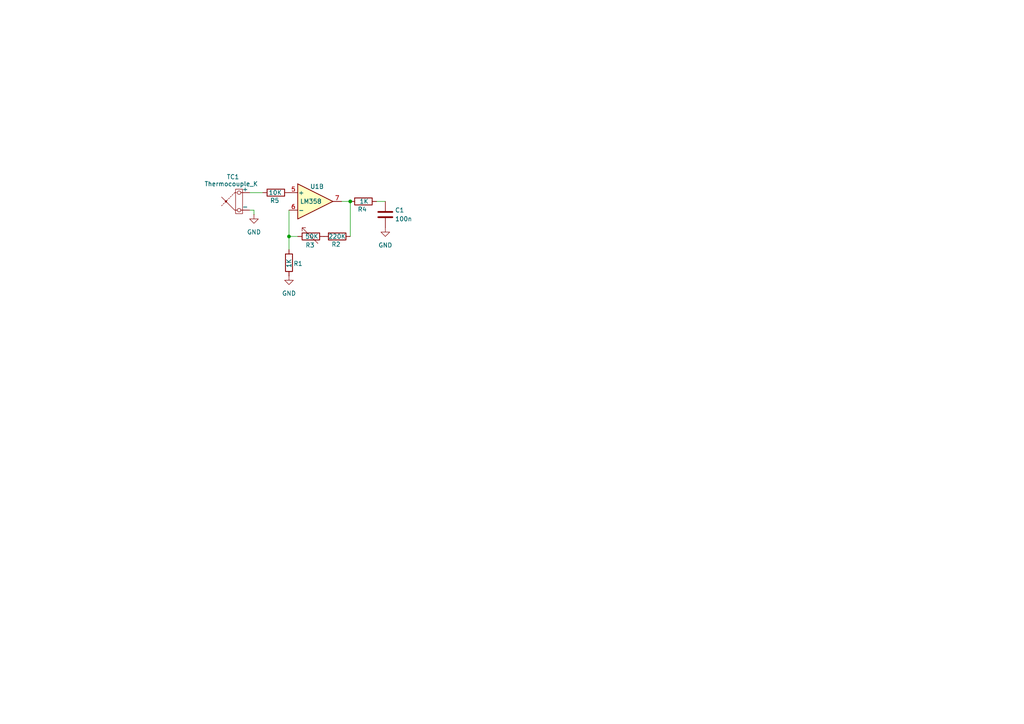
<source format=kicad_sch>
(kicad_sch (version 20231120) (generator "eeschema") (generator_version "8.0")
  (paper "A4")
  (lib_symbols
    (symbol "Amplifier_Operational:LM358_DFN" (pin_names (offset 0.127))
      (property "Reference" "U" (at 0 5.08 0))
      (property "Value" "LM358_DFN" (at 0 -5.08 0))
      (symbol "LM358_DFN_1_1"
        (polyline (pts (xy -5.08 5.08) (xy 5.08 0) (xy -5.08 -5.08) (xy -5.08 5.08)) (stroke (width 0.254)) (fill (type background)))
        (pin output line (at 7.62 0 180) (length 2.54) (name "~") (number "1"))
        (pin input line (at -7.62 -2.54 0) (length 2.54) (name "-") (number "2"))
        (pin input line (at -7.62 2.54 0) (length 2.54) (name "+") (number "3"))
      )
      (symbol "LM358_DFN_2_1"
        (polyline (pts (xy -5.08 5.08) (xy 5.08 0) (xy -5.08 -5.08) (xy -5.08 5.08)) (stroke (width 0.254)) (fill (type background)))
        (pin input line (at -7.62 2.54 0) (length 2.54) (name "+") (number "5"))
        (pin input line (at -7.62 -2.54 0) (length 2.54) (name "-") (number "6"))
        (pin output line (at 7.62 0 180) (length 2.54) (name "~") (number "7"))
      )
      (symbol "LM358_DFN_3_1"
        (pin power_in line (at -2.54 -7.62 90) (length 3.81) (name "V-") (number "4"))
        (pin power_in line (at -2.54 7.62 270) (length 3.81) (name "V+") (number "8"))
        (pin power_in line (at 0 -7.62 90) (length 5.08) (name "PAD") (number "9"))
      )
    )
    (symbol "Device:C" (pin_numbers hide) (pin_names (offset 0.254))
      (property "Reference" "C" (at 0.635 2.54 0))
      (property "Value" "C" (at 0.635 -2.54 0))
      (symbol "C_0_1"
        (polyline (pts (xy -2.032 -0.762) (xy 2.032 -0.762)) (stroke (width 0.508)))
        (polyline (pts (xy -2.032 0.762) (xy 2.032 0.762)) (stroke (width 0.508)))
      )
      (symbol "C_1_1"
        (pin passive line (at 0 3.81 270) (length 2.794) (name "~") (number "1"))
        (pin passive line (at 0 -3.81 90) (length 2.794) (name "~") (number "2"))
      )
    )
    (symbol "Device:R" (pin_numbers hide) (pin_names (offset 0))
      (property "Reference" "R" (at 2.032 0 90))
      (property "Value" "R" (at 0 0 90))
      (symbol "R_0_1"
        (rectangle (start -1.016 -2.54) (end 1.016 2.54) (stroke (width 0.254)))
      )
      (symbol "R_1_1"
        (pin passive line (at 0 3.81 270) (length 1.27) (name "~") (number "1"))
        (pin passive line (at 0 -3.81 90) (length 1.27) (name "~") (number "2"))
      )
    )
    (symbol "Device:R_Variable" (pin_numbers hide) (pin_names (offset 0))
      (property "Reference" "R" (at 2.54 -2.54 90))
      (property "Value" "R_Variable" (at -2.54 -1.27 90))
      (symbol "R_Variable_0_1"
        (rectangle (start -1.016 -2.54) (end 1.016 2.54) (stroke (width 0.254)))
        (polyline (pts (xy 2.54 1.524) (xy 2.54 2.54) (xy 1.524 2.54) (xy 2.54 2.54) (xy -2.032 -2.032)))
      )
      (symbol "R_Variable_1_1"
        (pin passive line (at 0 3.81 270) (length 1.27) (name "~") (number "1"))
        (pin passive line (at 0 -3.81 90) (length 1.27) (name "~") (number "2"))
      )
    )
    (symbol "Device:Thermocouple_Block" (pin_numbers hide) (pin_names (offset 0))
      (property "Reference" "TC" (at -3.048 3.81 0))
      (property "Value" "Thermocouple_Block" (at -5.08 -4.064 0))
      (symbol "Thermocouple_Block_0_1"
        (circle (center -1.778 0) (radius 0.254) (fill (type outline)))
        (polyline (pts (xy -2.794 -1.016) (xy -3.048 -1.27)))
        (polyline (pts (xy -2.286 -0.508) (xy -2.54 -0.762)))
        (polyline (pts (xy -1.778 0) (xy -2.032 -0.254)))
        (polyline (pts (xy -1.27 0.508) (xy -1.524 0.254)))
        (polyline (pts (xy -0.762 1.016) (xy -1.016 0.762)))
        (polyline (pts (xy -0.254 1.524) (xy -0.508 1.27)))
        (polyline (pts (xy 0.254 2.032) (xy 0 1.778)))
        (polyline (pts (xy 0.762 2.54) (xy 0.508 2.286)))
        (polyline (pts (xy 1.27 -2.54) (xy 1.016 -2.54)))
        (polyline (pts (xy 1.27 2.54) (xy 0.762 2.54)))
        (polyline (pts (xy 1.524 -2.54) (xy 0.762 -2.54) (xy -3.048 1.27)))
        (rectangle (start 1.016 3.556) (end 3.048 -3.556))
        (circle (center 2.032 -2.54) (radius 0.508))
        (circle (center 2.032 2.54) (radius 0.508))
      )
      (symbol "Thermocouple_Block_1_1"
        (pin passive line (at 5.08 2.54 180) (length 2.54) (name "+") (number "1"))
        (pin passive line (at 5.08 -2.54 180) (length 2.54) (name "-") (number "2"))
      )
    )
    (symbol "power:GND" (power) (pin_numbers hide) (pin_names (offset 0) hide)
      (property "Value" "GND" (at 0 -3.81 0))
      (symbol "GND_0_1"
        (polyline (pts (xy 0 0) (xy 0 -1.27) (xy 1.27 -1.27) (xy 0 -2.54) (xy -1.27 -1.27) (xy 0 -1.27)))
      )
      (symbol "GND_1_1"
        (pin power_in line (at 0 0 270) (length 0) (name "~") (number "1"))
      )
    )
  )
  (junction (at 83.82 68.58))
  (junction (at 101.6 58.42))
  (wire (pts (xy 101.6 68.58) (xy 101.6 58.42)))
  (wire (pts (xy 83.82 68.58) (xy 86.36 68.58)))
  (wire (pts (xy 109.22 58.42) (xy 111.76 58.42)))
  (wire (pts (xy 83.82 68.58) (xy 83.82 72.39)))
  (wire (pts (xy 83.82 60.96) (xy 83.82 68.58)))
  (wire (pts (xy 72.39 55.88) (xy 76.2 55.88)))
  (wire (pts (xy 101.6 58.42) (xy 99.06 58.42)))
  (wire (pts (xy 72.39 60.96) (xy 73.66 60.96)))
  (wire (pts (xy 73.66 60.96) (xy 73.66 62.23)))
  (symbol (lib_id "Device:R") (at 83.82 76.2 0) (unit 1)
    (property "Reference" "R1" (at 85.09 76.454 0) (effects (justify left)))
    (property "Value" "1K" (at 83.82 77.724 90) (effects (justify left)))
    (property "Footprint" "Resistor_SMD:R_0805_2012Metric" (effects (hide yes)))
    (property "Description" "Resistor" (effects (hide yes)))
  )
  (symbol (lib_id "Device:C") (at 111.76 62.23 0) (unit 1)
    (property "Reference" "C1" (at 114.554 60.96 0) (effects (justify left)))
    (property "Value" "100n" (at 114.554 63.5 0) (effects (justify left)))
    (property "Footprint" "Capacitor_SMD:C_0805_2012Metric" (effects (hide yes)))
    (property "Description" "Unpolarized capacitor" (effects (hide yes)))
  )
  (symbol (lib_id "power:GND") (at 73.66 62.23 0) (unit 1)
    (property "Reference" "#PWR03" (effects (hide yes)))
    (property "Value" "GND" (at 73.66 67.31 0))
    (property "Description" "Power symbol creates a global label with name \"GND\" , ground" (effects (hide yes)))
  )
  (symbol (lib_id "Device:R") (at 105.41 58.42 90) (unit 1)
    (property "Reference" "R4" (at 106.426 60.706 90) (effects (justify left)))
    (property "Value" "1K" (at 106.934 58.42 90) (effects (justify left)))
    (property "Footprint" "Resistor_SMD:R_0805_2012Metric" (effects (hide yes)))
    (property "Description" "Resistor" (effects (hide yes)))
  )
  (symbol (lib_id "power:GND") (at 83.82 80.01 0) (unit 1)
    (property "Reference" "#PWR01" (effects (hide yes)))
    (property "Value" "GND" (at 83.82 85.09 0))
    (property "Description" "Power symbol creates a global label with name \"GND\" , ground" (effects (hide yes)))
  )
  (symbol (lib_id "Device:R_Variable") (at 90.17 68.58 90) (unit 1)
    (property "Reference" "R3" (at 89.916 71.12 90))
    (property "Value" "50K" (at 90.424 68.58 90))
    (property "Footprint" "Resistor_SMD:R_0805_2012Metric" (effects (hide yes)))
    (property "Description" "Variable resistor" (effects (hide yes)))
  )
  (symbol (lib_id "power:GND") (at 111.76 66.04 0) (unit 1)
    (property "Reference" "#PWR02" (effects (hide yes)))
    (property "Value" "GND" (at 111.76 71.12 0))
    (property "Description" "Power symbol creates a global label with name \"GND\" , ground" (effects (hide yes)))
  )
  (symbol (lib_id "Device:R") (at 80.01 55.88 90) (unit 1)
    (property "Reference" "R5" (at 81.026 58.166 90) (effects (justify left)))
    (property "Value" "10K" (at 81.788 55.88 90) (effects (justify left)))
    (property "Footprint" "Resistor_SMD:R_0805_2012Metric" (effects (hide yes)))
    (property "Description" "Resistor" (effects (hide yes)))
  )
  (symbol (lib_id "Device:R") (at 97.79 68.58 90) (unit 1)
    (property "Reference" "R2" (at 98.806 70.866 90) (effects (justify left)))
    (property "Value" "220K" (at 100.33 68.58 90) (effects (justify left)))
    (property "Footprint" "Resistor_SMD:R_0805_2012Metric" (effects (hide yes)))
    (property "Description" "Resistor" (effects (hide yes)))
  )
  (symbol (lib_id "Device:Thermocouple_Block") (at 67.31 58.42 0) (unit 1)
    (property "Reference" "TC1" (at 67.564 51.308 0))
    (property "Value" "Thermocouple_K" (at 67.056 53.34 0))
    (property "Description" "Thermocouple with isothermal block" (effects (hide yes)))
  )
  (symbol (lib_id "Amplifier_Operational:LM358_DFN") (at 91.44 58.42 0) (unit 2)
    (property "Reference" "U1" (at 91.948 54.102 0))
    (property "Value" "LM358" (at 90.17 58.42 0))
    (property "Footprint" "Package_DFN_QFN:DFN-8-1EP_2x2mm_P0.5mm_EP1.05x1.75mm" (effects (hide yes)))
    (property "Datasheet" "www.st.com/resource/en/datasheet/lm358.pdf" (effects (hide yes)))
    (property "Description" "Low-Power, Dual Operational Amplifiers, DFN-8" (effects (hide yes)))
  )
)
</source>
